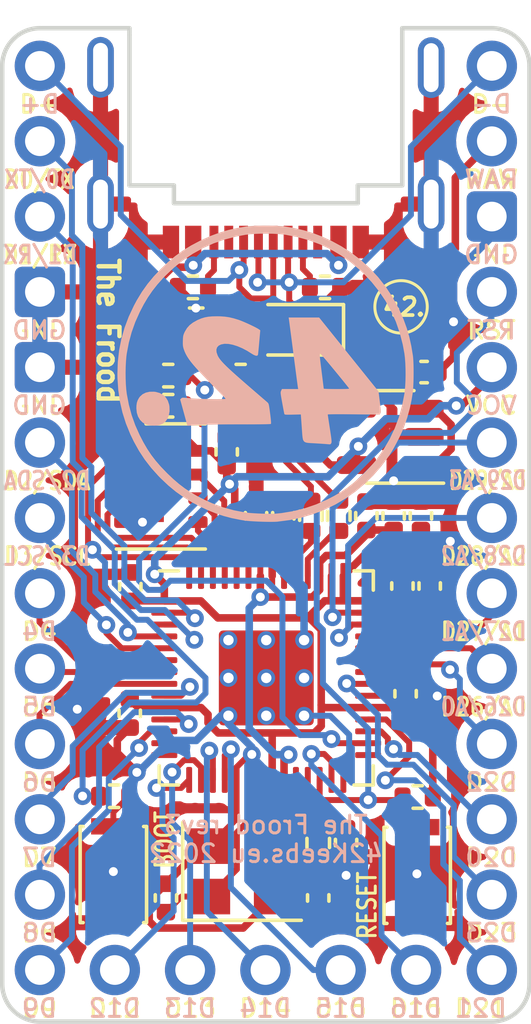
<source format=kicad_pcb>
(kicad_pcb (version 20211014) (generator pcbnew)
  (layers (0 "F.Cu" signal) (31 "B.Cu" signal) (34 "B.Paste" user) (35 "F.Paste" user) (36 "B.SilkS" user "B.Silkscreen") (37 "F.SilkS" user "F.Silkscreen") (38 "B.Mask" user) (39 "F.Mask" user) (44 "Edge.Cuts" user))
  (net 0 "")
  (net 1 "VBUS")
  (net 2 "+3V3")
  (net 3 "/XIN")
  (net 4 "Net-(C4-Pad1)")
  (net 5 "+1V1")
  (net 6 "GND")
  (net 7 "Net-(R1-Pad2)")
  (net 8 "Net-(R2-Pad2)")
  (net 9 "/USB_D-")
  (net 10 "/USB_D+")
  (net 11 "/XOUT")
  (net 12 "/QSPI_SS")
  (net 13 "/~{USB_BOOT}")
  (net 14 "/D2{slash}SDA")
  (net 15 "/D3{slash}SCL")
  (net 16 "/D4")
  (net 17 "/D5")
  (net 18 "/D6")
  (net 19 "/D7")
  (net 20 "/D8")
  (net 21 "/D9")
  (net 22 "/~{RESET}")
  (net 23 "/QSPI_SD3")
  (net 24 "/QSPI_SCLK")
  (net 25 "/QSPI_SD0")
  (net 26 "/QSPI_SD2")
  (net 27 "/QSPI_SD1")
  (net 34 "/D1{slash}RX")
  (net 35 "/D0{slash}TX")
  (net 38 "/D26{slash}A0")
  (net 39 "/D27{slash}A1")
  (net 40 "/D28{slash}A2")
  (net 41 "/D29{slash}A3")
  (net 42 "/D12")
  (net 43 "/D13")
  (net 44 "/D14")
  (net 45 "/D20")
  (net 46 "/D21")
  (net 47 "/D+")
  (net 48 "/D-")
  (net 49 "/D16")
  (net 50 "/D15")
  (net 53 "/D23")
  (net 54 "/D22")
  (net 56 "Net-(D1-Pad2)")
  (net 57 "/RAW")
  (net 58 "Net-(R11-Pad1)")
  (footprint "Resistor_SMD:R_0402_1005Metric" (layer "F.Cu") (at 128.76 71.42 -90)
    (fp_text reference "R3" hide)
    (fp_text value "27R" hide)
  )
  (footprint "Capacitor_SMD:C_0402_1005Metric" (layer "F.Cu") (at 130.906 73.787 90)
    (fp_text reference "C11" hide)
    (fp_text value "100n" hide)
  )
  (footprint "Capacitor_SMD:C_0402_1005Metric" (layer "F.Cu") (at 130.61 71.42 90)
    (fp_text reference "C7" hide)
    (fp_text value "100n" hide)
  )
  (footprint "Capacitor_SMD:C_0402_1005Metric" (layer "F.Cu") (at 124.98 69.2658 90)
    (fp_text reference "C5" hide)
    (fp_text value "100n" hide)
  )
  (footprint "Capacitor_SMD:C_0402_1005Metric" (layer "F.Cu") (at 121.71 78.08 -90)
    (fp_text reference "C15" hide)
    (fp_text value "100n" hide)
  )
  (footprint "Capacitor_SMD:C_0402_1005Metric" (layer "F.Cu") (at 122.931 84.3026 90)
    (fp_text reference "C3" hide)
    (fp_text value "30p" hide)
  )
  (footprint "RP2040_minimal:RP2040-QFN-56" (layer "F.Cu") (at 126.3142 76.8858)
    (fp_text reference "U1" hide)
    (fp_text value "RP2040" hide)
  )
  (footprint "Resistor_SMD:R_0402_1005Metric" (layer "F.Cu") (at 127.82 71.42 -90)
    (fp_text reference "R4" hide)
    (fp_text value "27R" hide)
  )
  (footprint "42keebs:PinHeader_1x13_P2.54mm_Vertical_ProMicro-Right" (layer "F.Cu") (at 133.92 56.2522)
    (fp_text reference "J2" hide)
    (fp_text value "Right" hide)
  )
  (footprint "42keebs:PinHeader_1x13_P2.54mm_Vertical_ProMicro-Left" (layer "F.Cu") (at 118.68 56.2522)
    (fp_text reference "J1" hide)
    (fp_text value "Left" hide)
  )
  (footprint "Capacitor_SMD:C_0402_1005Metric" (layer "F.Cu") (at 127.97 68.72 90)
    (fp_text reference "C2" hide)
    (fp_text value "1u" hide)
  )
  (footprint "Resistor_SMD:R_0402_1005Metric" (layer "F.Cu") (at 123.84 63.72)
    (fp_text reference "R2" hide)
    (fp_text value "5.1K" hide)
  )
  (footprint "Capacitor_SMD:C_0402_1005Metric" (layer "F.Cu") (at 131.63735 66.5756)
    (fp_text reference "C1" hide)
    (fp_text value "1u" hide)
  )
  (footprint "Resistor_SMD:R_0402_1005Metric" (layer "F.Cu") (at 123.01 66.6948 180)
    (fp_text reference "R11" hide)
    (fp_text value "5.1k" hide)
  )
  (footprint "42keebs:PinHeader_1x05_P2.54mm_Vertical_Plain" (layer "F.Cu") (at 121.207 86.7322 90)
    (fp_text reference "J3" hide)
    (fp_text value "Bottom" hide)
  )
  (footprint "Capacitor_SMD:C_0402_1005Metric" (layer "F.Cu") (at 121.73 73.81 90)
    (fp_text reference "C13" hide)
    (fp_text value "100n" hide)
  )
  (footprint "Resistor_SMD:R_0402_1005Metric" (layer "F.Cu") (at 125.4506 66.6948 180)
    (fp_text reference "R12" hide)
    (fp_text value "10k" hide)
  )
  (footprint "Capacitor_SMD:C_0402_1005Metric" (layer "F.Cu") (at 128.0668 84.3026 -90)
    (fp_text reference "C4" hide)
    (fp_text value "30p" hide)
  )
  (footprint "Diode_SMD:D_SOD-323F" (layer "F.Cu") (at 127.42 65.15 180)
    (fp_text reference "D1" hide)
    (fp_text value "1N5819WS" hide)
  )
  (footprint "Capacitor_SMD:C_0402_1005Metric" (layer "F.Cu") (at 126.89 71.42 90)
    (fp_text reference "C12" hide)
    (fp_text value "100n" hide)
  )
  (footprint "Resistor_SMD:R_0402_1005Metric" (layer "F.Cu") (at 131.4196 80.899 180)
    (fp_text reference "R8" hide)
    (fp_text value "10k" hide)
  )
  (footprint "Resistor_SMD:R_0402_1005Metric" (layer "F.Cu") (at 128.0668 82.4484 -90)
    (fp_text reference "R5" hide)
    (fp_text value "1k" hide)
  )
  (footprint "Resistor_SMD:R_0402_1005Metric" (layer "F.Cu") (at 121.1834 80.8736)
    (fp_text reference "R6" hide)
    (fp_text value "1k" hide)
  )
  (footprint "42keebs:USON-8_4x3mm_P0.8mm" (layer "F.Cu") (at 122.76 70.43)
    (fp_text reference "U2" hide)
    (fp_text value "W25Q32JWUUIQ" hide)
  )
  (footprint "Capacitor_SMD:C_0402_1005Metric" (layer "F.Cu") (at 129.69 71.42 90)
    (fp_text reference "C6" hide)
    (fp_text value "1u" hide)
  )
  (footprint "Button_Switch_SMD:SW_SPST_CK_KXT3" (layer "F.Cu") (at 121.158 83.5139 -90)
    (fp_text reference "SW2" hide)
    (fp_text value "BOOT")
  )
  (footprint "Resistor_SMD:R_0402_1005Metric" (layer "F.Cu") (at 128.2954 63.72 180)
    (fp_text reference "R1" hide)
    (fp_text value "5.1K" hide)
  )
  (footprint "Capacitor_SMD:C_0402_1005Metric" (layer "F.Cu") (at 131.0132 77.4192 90)
    (fp_text reference "C16" hide)
    (fp_text value "100n" hide)
  )
  (footprint "Capacitor_SMD:C_0402_1005Metric" (layer "F.Cu") (at 131.53 71.42 90)
    (fp_text reference "C9" hide)
    (fp_text value "1u" hide)
  )
  (footprint "Crystal:Crystal_SMD_3225-4Pin_3.2x2.5mm" (layer "F.Cu") (at 125.4964 83.406)
    (fp_text reference "Y1" hide)
    (fp_text value "X322512MSB4SI" hide)
  )
  (footprint "Capacitor_SMD:C_0402_1005Metric" (layer "F.Cu") (at 129.0066 82.435 -90)
    (fp_text reference "C8" hide)
    (fp_text value "100n" hide)
  )
  (footprint "Button_Switch_SMD:SW_SPST_CK_KXT3" (layer "F.Cu") (at 131.4042 83.5406 -90)
    (fp_text reference "SW1" hide)
    (fp_text value "RESET")
  )
  (footprint "Package_TO_SOT_SMD:SOT-23-5" (layer "F.Cu") (at 130.49435 68.76 180)
    (fp_text reference "U3" hide)
    (fp_text value "SPX3819M5-L-3-3/TR" hide)
  )
  (footprint "Resistor_SMD:R_0402_1005Metric" (layer "F.Cu") (at 123.01 67.71 180)
    (fp_text reference "R7" hide)
    (fp_text value "10k" hide)
  )
  (footprint "Capacitor_SMD:C_0402_1005Metric" (layer "F.Cu") (at 131.826 73.787 90)
    (fp_text reference "C10" hide)
    (fp_text value "100n" hide)
  )
  (footprint "Capacitor_SMD:C_0402_1005Metric" (layer "F.Cu") (at 125.97 71.42 90)
    (fp_text reference "C14" hide)
    (fp_text value "100n" hide)
  )
  (footprint "42keebs:TYPE-C-31-M-14-PiMicro" (layer "F.Cu") (at 126.3 57.217 180)
    (fp_text reference "USB1" hide)
    (fp_text value "HRO-TYPE-C-31-M-14" hide)
    (fp_line (start 4.6 -3.065) (end 3.1 -3.065) (layer "Edge.Cuts") (width 0.15))
    (fp_line (start -3.1 -3.665) (end -3.1 -3.065) (layer "Edge.Cuts") (width 0.15))
    (fp_line (start 4.6 2.005) (end 4.6 -3.065) (layer "Edge.Cuts") (width 0.15))
    (fp_line (start -3.1 -3.065) (end -4.6 -3.065) (layer "Edge.Cuts") (width 0.15))
    (fp_line (start 3.1 -3.665) (end -3.1 -3.665) (layer "Edge.Cuts") (width 0.15))
    (fp_line (start 3.1 -3.065) (end 3.1 -3.665) (layer "Edge.Cuts") (width 0.15))
    (fp_line (start -4.6 -3.065) (end -4.6 2.005) (layer "Edge.Cuts") (width 0.15))
  )
  (footprint "Resistor_SMD:R_0805_2012Metric" (layer "F.Cu") (at 123.952 65.15)
    (fp_text reference "F1" hide)
    (fp_text value "500 mA" hide)
  )
  (footprint "42keebs:42Keebs-icon-10mm-SilkS" (layer "B.Cu") (at 126.3 66.62 180)
    (fp_text reference "LOGO1" hide)
    (fp_text value "42. Keebs Logo" hide)
  )
  (gr_circle (center 130.86 64.376) (end 131.744 64.376) (layer "F.SilkS") (width 0.1) (fill none))
  (gr_arc (start 135.19 87.2) (mid 134.818026 88.098026) (end 133.92 88.47) (layer "Edge.Cuts") (width 0.15))
  (gr_arc (start 118.68 88.47) (mid 117.781974 88.098026) (end 117.41 87.2) (layer "Edge.Cuts") (width 0.15))
  (gr_arc (start 117.41 56.2525) (mid 117.781944 55.354298) (end 118.68 54.982) (layer "Edge.Cuts") (width 0.15))
  (gr_line (start 121.7 54.982) (end 118.68 54.982) (layer "Edge.Cuts") (width 0.15))
  (gr_line (start 117.41 56.2525) (end 117.41 87.2) (layer "Edge.Cuts") (width 0.15))
  (gr_line (start 133.92 54.982) (end 130.9 54.982) (layer "Edge.Cuts") (width 0.15))
  (gr_line (start 135.19 87.2) (end 135.19 56.2525) (layer "Edge.Cuts") (width 0.15))
  (gr_arc (start 133.92 54.982) (mid 134.818055 55.354298) (end 135.19 56.2525) (layer "Edge.Cuts") (width 0.15))
  (gr_line (start 118.68 88.47) (end 133.92 88.47) (layer "Edge.Cuts") (width 0.15))
  (gr_line (start 121.7 55.212) (end 121.7 54.982) (layer "Edge.Cuts") (width 0.15))
  (gr_line (start 130.9 55.212) (end 130.9 54.982) (layer "Edge.Cuts") (width 0.15))
  (gr_text "D27/A1" (at 133.646473 75.318341) (layer "B.SilkS") (effects (font (size 0.6 0.5) (thickness 0.1)) (justify mirror)))
  (gr_text "GND" (at 118.664365 67.699406) (layer "B.SilkS") (effects (font (size 0.6 0.6) (thickness 0.1)) (justify mirror)))
  (gr_text "D6" (at 118.664365 80.402767) (layer "B.SilkS") (effects (font (size 0.6 0.6) (thickness 0.1)) (justify mirror)))
  (gr_text "D29/A3" (at 133.775894 70.224671) (layer "B.SilkS") (effects (font (size 0.6 0.45) (thickness 0.1)) (justify mirror)))
  (gr_text "D7" (at 118.664365 82.94498) (layer "B.SilkS") (effects (font (size 0.6 0.6) (thickness 0.1)) (justify mirror)))
  (gr_text "D5" (at 118.664365 77.860554) (layer "B.SilkS") (effects (font (size 0.6 0.6) (thickness 0.1)) (justify mirror)))
  (gr_text "GND" (at 133.906992 62.619303) (layer "B.SilkS") (effects (font (size 0.6 0.6) (thickness 0.1)) (justify mirror)))
  (gr_text "D1/RX" (at 118.690044 62.622684) (layer "B.SilkS") (effects (font (size 0.6 0.5) (thickness 0.1)) (justify mirror)))
  (gr_text "D16" (at 131.360022 88.021702) (layer "B.SilkS") (effects (font (size 0.6 0.6) (thickness 0.1)) (justify mirror)))
  (gr_text "D22" (at 133.905316 80.402767) (layer "B.SilkS") (effects (font (size 0.6 0.6) (thickness 0.1)) (justify mirror)))
  (gr_text "D23" (at 133.902235 85.479489) (layer "B.SilkS") (effects (font (size 0.6 0.6) (thickness 0.1)) (justify mirror)))
  (gr_text "D0/TX" (at 118.667 60.085) (layer "B.SilkS") (effects (font (size 0.6 0.5) (thickness 0.1)) (justify mirror)))
  (gr_text "D26/A0" (at 133.646473 77.860554) (layer "B.SilkS") (effects (font (size 0.6 0.5) (thickness 0.1)) (justify mirror)))
  (gr_text "RST" (at 133.906992 65.161516) (layer "B.SilkS") (effects (font (size 0.6 0.6) (thickness 0.1)) (justify mirror)))
  (gr_text "D12" (at 121.206578 88.021702) (layer "B.SilkS") (effects (font (size 0.6 0.6) (thickness 0.1)) (justify mirror)))
  (gr_text "D-" (at 133.906992 57.541297) (layer "B.SilkS") (effects (font (size 0.6 0.6) (thickness 0.1)) (justify mirror)))
  (gr_text "The Frood rev3\n42Keebs.eu 2022" (at 126.3 82.3214) (layer "B.SilkS") (effects (font (size 0.6 0.6) (thickness 0.1)) (justify mirror)))
  (gr_text "VCC" (at 133.905316 67.700947) (layer "B.SilkS") (effects (font (size 0.6 0.6) (thickness 0.1)) (justify mirror)))
  (gr_text "D4" (at 118.664365 75.318341) (layer "B.SilkS") (effects (font (size 0.6 0.6) (thickness 0.1)) (justify mirror)))
  (gr_text "D20" (at 133.902235 82.94498) (layer "B.SilkS") (effects (font (size 0.6 0.6) (thickness 0.1)) (justify mirror)))
  (gr_text "D28/A2" (at 133.646473 72.776128) (layer "B.SilkS") (effects (font (size 0.6 0.5) (thickness 0.1)) (justify mirror)))
  (gr_text "D15" (at 128.825513 88.021702) (layer "B.SilkS") (effects (font (size 0.6 0.6) (thickness 0.1)) (justify mirror)))
  (gr_text "D3/SCL" (at 118.9228 72.785) (layer "B.SilkS") (effects (font (size 0.6 0.5) (thickness 0.1)) (justify mirror)))
  (gr_text "D13" (at 123.741087 88.021702) (layer "B.SilkS") (effects (font (size 0.6 0.6) (thickness 0.1)) (justify mirror)))
  (gr_text "D+" (at 118.664365 57.544678) (layer "B.SilkS") (effects (font (size 0.6 0.6) (thickness 0.1)) (justify mirror)))
  (gr_text "D8" (at 118.664365 85.479489) (layer "B.SilkS") (effects (font (size 0.6 0.6) (thickness 0.1)) (justify mirror)))
  (gr_text "RAW" (at 133.906992 60.083509) (layer "B.SilkS") (effects (font (size 0.6 0.6) (thickness 0.1)) (justify mirror)))
  (gr_text "D2/SDA" (at 118.918586 70.241619) (layer "B.SilkS") (effects (font (size 0.6 0.5) (thickness 0.1)) (justify mirror)))
  (gr_text "D9" (at 118.664365 88.021702) (layer "B.SilkS") (effects (font (size 0.6 0.6) (thickness 0.1)) (justify mirror)))
  (gr_text "GND" (at 118.664365 65.164897) (layer "B.SilkS") (effects (font (size 0.6 0.6) (thickness 0.1)) (justify mirror)))
  (gr_text "D14" (at 126.2833 88.021702) (layer "B.SilkS") (effects (font (size 0.6 0.6) (thickness 0.1)) (justify mirror)))
  (gr_text "D21" (at 133.547866 88.021702) (layer "B.SilkS") (effects (font (size 0.6 0.6) (thickness 0.1)) (justify mirror)))
  (gr_text "D13" (at 123.747 88.025) (layer "F.SilkS") (effects (font (size 0.6 0.6) (thickness 0.1))))
  (gr_text "D9" (at 118.667 88.025) (layer "F.SilkS") (effects (font (size 0.6 0.6) (thickness 0.1))))
  (gr_text "D-" (at 133.907 57.545) (layer "F.SilkS") (effects (font (size 0.6 0.6) (thickness 0.1))))
  (gr_text "D23" (at 133.907 85.485) (layer "F.SilkS") (effects (font (size 0.6 0.6) (thickness 0.1))))
  (gr_text "D28/A2" (at 133.6548 72.785) (layer "F.SilkS") (effects (font (size 0.6 0.5) (thickness 0.1))))
  (gr_text "The Frood" (at 120.98 65.19 -90) (layer "F.SilkS") (effects (font (size 0.7 0.65))))
  (gr_text "D6" (at 118.667 80.405) (layer "F.SilkS") (effects (font (size 0.6 0.6) (thickness 0.1))))
  (gr_text "GND" (at 118.667 65.165) (layer "F.SilkS") (effects (font (size 0.6 0.6) (thickness 0.1))))
  (gr_text "D0/TX" (at 118.667 60.085) (layer "F.SilkS") (effects (font (size 0.6 0.5) (thickness 0.1))))
  (gr_text "RST" (at 133.907 65.165) (layer "F.SilkS") (effects (font (size 0.6 0.6) (thickness 0.1))))
  (gr_text "D20" (at 133.907 82.945) (layer "F.SilkS") (effects (font (size 0.6 0.6) (thickness 0.1))))
  (gr_text "42. " (at 131.1694 64.3814) (layer "F.SilkS") (effects (font (size 0.6 0.6) (thickness 0.125) italic)))
  (gr_text "D12" (at 121.207 88.025) (layer "F.SilkS") (effects (font (size 0.6 0.6) (thickness 0.1))))
  (gr_text "D4" (at 118.667 75.325) (layer "F.SilkS") (effects (font (size 0.6 0.6) (thickness 0.1))))
  (gr_text "D3/SCL" (at 118.9228 72.785) (layer "F.SilkS") (effects (font (size 0.6 0.5) (thickness 0.1))))
  (gr_text "D15" (at 128.827 88.025) (layer "F.SilkS") (effects (font (size 0.6 0.6) (thickness 0.1))))
  (gr_text "D8" (at 118.667 85.485) (layer "F.SilkS") (effects (font (size 0.6 0.6) (thickness 0.1))))
  (gr_text "D+" (at 118.667 57.545) (layer "F.SilkS") (effects (font (size 0.6 0.6) (thickness 0.1))))
  (gr_text "RAW" (at 133.907 60.085) (layer "F.SilkS") (effects (font (size 0.6 0.6) (thickness 0.1))))
  (gr_text "D27/A1" (at 133.6548 75.325) (layer "F.SilkS") (effects (font (size 0.6 0.5) (thickness 0.1))))
  (gr_text "D1/RX" (at 118.6942 62.625) (layer "F.SilkS") (effects (font (size 0.6 0.5) (thickness 0.1))))
  (gr_text "D22" (at 133.907 80.405) (layer "F.SilkS") (effects (font (size 0.6 0.6) (thickness 0.1))))
  (gr_text "D26/A0" (at 133.6548 77.865) (layer "F.SilkS") (effects (font (size 0.6 0.5) (thickness 0.1))))
  (gr_text "D14" (at 126.287 88.025) (layer "F.SilkS") (effects (font (size 0.6 0.6) (thickness 0.1))))
  (gr_text "D5" (at 118.667 77.865) (layer "F.SilkS") (effects (font (size 0.6 0.6) (thickness 0.1))))
  (gr_text "D29/A3" (at 133.7818 70.231) (layer "F.SilkS") (effects (font (size 0.6 0.45) (thickness 0.1))))
  (gr_text "GND" (at 118.667 67.705) (layer "F.SilkS") (effects (font (size 0.6 0.6) (thickness 0.1))))
  (gr_text "VCC" (at 133.907 67.705) (layer "F.SilkS") (effects (font (size 0.6 0.6) (thickness 0.1))))
  (gr_text "D2/SDA" (at 118.9228 70.245) (layer "F.SilkS") (effects (font (size 0.6 0.5) (thickness 0.1))))
  (gr_text "D7" (at 118.667 82.945) (layer "F.SilkS") (effects (font (size 0.6 0.6) (thickness 0.1))))
  (gr_text "D16" (at 131.367 88.025) (layer "F.SilkS") (effects (font (size 0.6 0.6) (thickness 0.1))))
  (gr_text "D21" (at 133.5532 88.025) (layer "F.SilkS") (effects (font (size 0.6 0.6) (thickness 0.1))))
  (gr_text "GND" (at 133.907 62.625) (layer "F.SilkS") (effects (font (size 0.6 0.6) (thickness 0.1))))
  (segment (start 123.0395 66.1553) (end 122.5 66.6948) (width 0.254) (layer "F.Cu") (net 1))
  (segment (start 123.787463 63.04) (end 123.139871 63.04) (width 0.254) (layer "F.Cu") (net 1))
  (segment (start 122.806 63.373871) (end 122.806 64.9165) (width 0.254) (layer "F.Cu") (net 1))
  (segment (start 123.0395 65.15) (end 123.0395 66.1553) (width 0.254) (layer "F.Cu") (net 1))
  (segment (start 123.139871 63.04) (end 122.806 63.373871) (width 0.254) (layer "F.Cu") (net 1))
  (segment (start 123.85 62.192) (end 123.85 62.973383) (width 0.254) (layer "F.Cu") (net 1))
  (segment (start 123.85 62.973383) (end 123.85204 62.975423) (width 0.254) (layer "F.Cu") (net 1))
  (segment (start 123.85204 62.975423) (end 123.787463 63.04) (width 0.254) (layer "F.Cu") (net 1))
  (segment (start 128.75 62.192) (end 128.75 62.9735) (width 0.254) (layer "F.Cu") (net 1))
  (segment (start 122.806 64.9165) (end 123.0395 65.15) (width 0.254) (layer "F.Cu") (net 1))
  (via (at 128.75 62.9735) (size 0.6) (drill 0.3) (layers "F.Cu" "B.Cu") (net 1))
  (via (at 123.85204 62.975423) (size 0.6) (drill 0.3) (layers "F.Cu" "B.Cu") (net 1))
  (segment (start 124.247963 62.5795) (end 128.356 62.5795) (width 0.254) (layer "B.Cu") (net 1))
  (segment (start 123.85204 62.975423) (end 124.247963 62.5795) (width 0.254) (layer "B.Cu") (net 1))
  (segment (start 128.356 62.5795) (end 128.75 62.9735) (width 0.254) (layer "B.Cu") (net 1))
  (segment (start 128.8634 74.2858) (end 129.7517 74.2858) (width 0.254) (layer "F.Cu") (net 2))
  (segment (start 129.7517 74.2858) (end 130.8928 74.2858) (width 0.254) (layer "F.Cu") (net 2))
  (segment (start 126.5938 78.7398) (end 127.935057 78.7398) (width 0.254) (layer "F.Cu") (net 2))
  (segment (start 129.5895 72.773) (end 130.657 72.773) (width 0.254) (layer "F.Cu") (net 2))
  (segment (start 127.707341 74.861396) (end 124.681396 74.861396) (width 0.254) (layer "F.Cu") (net 2))
  (segment (start 121.7342 74.2858) (end 121.73 74.29) (width 0.254) (layer "F.Cu") (net 2))
  (segment (start 126.5137 78.8199) (end 126.5938 78.7398) (width 0.254) (layer "F.Cu") (net 2))
  (segment (start 128.9142 74.235) (end 128.8634 74.2858) (width 0.2) (layer "F.Cu") (net 2))
  (segment (start 126.5142 72.4442) (end 125.97 71.9) (width 0.254) (layer "F.Cu") (net 2))
  (segment (start 126.9142 71.9242) (end 126.89 71.9) (width 0.254) (layer "F.Cu") (net 2))
  (segment (start 125.97 71.9) (end 126.89 71.9) (width 0.254) (layer "F.Cu") (net 2))
  (segment (start 128.1682 78.506657) (end 128.1682 77.8) (width 0.254) (layer "F.Cu") (net 2))
  (segment (start 124.693343 78.7398) (end 126.5938 78.7398) (width 0.254) (layer "F.Cu") (net 2))
  (segment (start 127.707341 74.861396) (end 128.282937 74.2858) (width 0.254) (layer "F.Cu") (net 2))
  (segment (start 124.01 69.23) (end 124.4642 69.23) (width 0.254) (layer "F.Cu") (net 2))
  (segment (start 124.98 70.255416) (end 124.98 69.7458) (width 0.254) (layer "F.Cu") (net 2))
  (segment (start 128.282937 74.2858) (end 128.4824 74.2858) (width 0.254) (layer "F.Cu") (net 2))
  (segment (start 122.8767 74.2858) (end 121.7342 74.2858) (width 0.254) (layer "F.Cu") (net 2))
  (segment (start 129.35685 69.71) (end 128.48 69.71) (width 0.254) (layer "F.Cu") (net 2))
  (segment (start 121.9958 77.8858) (end 121.71 77.6) (width 0.254) (layer "F.Cu") (net 2))
  (segment (start 126.5137 80.3228) (end 126.5137 78.8199) (width 0.254) (layer "F.Cu") (net 2))
  (segment (start 125.251 71.181) (end 125.251 70.526416) (width 0.254) (layer "F.Cu") (net 2))
  (segment (start 125.97 71.9) (end 125.251 71.181) (width 0.254) (layer "F.Cu") (net 2))
  (segment (start 130.9998 77.8858) (end 131.0132 77.8992) (width 0.254) (layer "F.Cu") (net 2))
  (segment (start 126.5142 73.4483) (end 126.5142 72.4442) (width 0.254) (layer "F.Cu") (net 2))
  (segment (start 124.681396 74.861396) (end 124.11 74.29) (width 0.254) (layer "F.Cu") (net 2))
  (segment (start 130.8928 74.2858) (end 130.9116 74.267) (width 0.254) (layer "F.Cu") (net 2))
  (segment (start 125.077292 70.352708) (end 124.98 70.255416) (width 0.254) (layer "F.Cu") (net 2))
  (segment (start 122.552447 73.389815) (end 122.8767 73.714068) (width 0.254) (layer "F.Cu") (net 2))
  (segment (start 129.7517 77.8858) (end 128.254 77.8858) (width 0.254) (layer "F.Cu") (net 2))
  (segment (start 131.9296 80.899) (end 131.9296 78.5496) (width 0.254) (layer "F.Cu") (net 2))
  (segment (start 123.5476 67.7164) (end 123.5476 68.7676) (width 0.254) (layer "F.Cu") (net 2))
  (segment (start 127.935057 78.7398) (end 128.1682 78.506657) (width 0.254) (layer "F.Cu") (net 2))
  (segment (start 128.1682 75.264943) (end 127.764653 74.861396) (width 0.254) (layer "F.Cu") (net 2))
  (segment (start 128.9142 73.4483) (end 128.9142 74.235) (width 0.254) (layer "F.Cu") (net 2))
  (segment (start 124.35 78.396457) (end 124.693343 78.7398) (width 0.254) (layer "F.Cu") (net 2))
  (segment (start 130.657 72.773) (end 131.53 71.9) (width 0.254) (layer "F.Cu") (net 2))
  (segment (start 123.5476 68.7676) (end 124.01 69.23) (width 0.254) (layer "F.Cu") (net 2))
  (segment (start 124.35 78.12) (end 124.35 78.396457) (width 0.254) (layer "F.Cu") (net 2))
  (segment (start 128.254 77.8858) (end 128.1682 77.8) (width 0.254) (layer "F.Cu") (net 2))
  (segment (start 129.7517 77.8858) (end 130.9998 77.8858) (width 0.254) (layer "F.Cu") (net 2))
  (segment (start 129.35685 69.14315) (end 129.35685 69.71) (width 0.254) (layer "F.Cu") (net 2))
  (segment (start 131.826 74.267) (end 130.9116 74.267) (width 0.254) (layer "F.Cu") (net 2))
  (segment (start 126.9142 73.4483) (end 126.9142 71.9242) (width 0.254) (layer "F.Cu") (net 2))
  (segment (start 124.1158 77.8858) (end 124.35 78.12) (width 0.254) (layer "F.Cu") (net 2))
  (segment (start 128.5142 74.254) (end 128.4824 74.2858) (width 0.254) (layer "F.Cu") (net 2))
  (segment (start 128.48 69.71) (end 127.97 69.2) (width 0.254) (layer "F.Cu") (net 2))
  (segment (start 129.42 69.08) (end 129.35685 69.14315) (width 0.254) (layer "F.Cu") (net 2))
  (segment (start 132.8992 67.71) (end 133.907 66.7022) (width 0.254) (layer "F.Cu") (net 2))
  (segment (start 127.764653 74.861396) (end 127.707341 74.861396) (width 0.254) (layer "F.Cu") (net 2))
  (segment (start 128.5142 73.4483) (end 128.5142 74.254) (width 0.254) (layer "F.Cu") (net 2))
  (segment (start 128.9142 73.4483) (end 129.5895 72.773) (width 0.254) (layer "F.Cu") (net 2))
  (segment (start 133.907 66.7022) (end 133.907 66.4122) (width 0.254) (layer "F.Cu") (net 2))
  (segment (start 125.251 70.526416) (end 125.077292 70.352708) (width 0.254) (layer "F.Cu") (net 2))
  (segment (start 124.4642 69.23) (end 124.98 69.7458) (width 0.254) (layer "F.Cu") (net 2))
  (segment (start 128.4824 74.2858) (end 128.8634 74.2858) (width 0.254) (layer "F.Cu") (net 2))
  (segment (start 122.8767 73.714068) (end 122.8767 74.2858) (width 0.254) (layer "F.Cu") (net 2))
  (segment (start 124.11 74.29) (end 122.8809 74.29) (width 0.254) (layer "F.Cu") (net 2))
  (segment (start 122.8767 77.8858) (end 124.1158 77.8858) (width 0.254) (layer "F.Cu") (net 2))
  (segment (start 132.72085 67.71) (end 132.8992 67.71) (width 0.254) (layer "F.Cu") (net 2))
  (segment (start 122.8767 77.8858) (end 121.9958 77.8858) (width 0.254) (layer "F.Cu") (net 2))
  (segment (start 128.1682 77.8) (end 128.1682 75.264943) (width 0.254) (layer "F.Cu") (net 2))
  (segment (start 126.5142 80.3233) (end 126.5137 80.3228) (width 0.254) (layer "F.Cu") (net 2))
  (segment (start 131.2792 77.8992) (end 131.0132 77.8992) (width 0.254) (layer "F.Cu") (net 2))
  (segment (start 131.9296 78.5496) (end 131.2792 77.8992) (width 0.254) (layer "F.Cu") (net 2))
  (via (at 132.72085 67.71) (size 0.6) (drill 0.3) (layers "F.Cu" "B.Cu") (net 2))
  (via (at 122.552447 73.389815) (size 0.6) (drill 0.3) (layers "F.Cu" "B.Cu") (net 2))
  (via (at 129.42 69.08) (size 0.6) (drill 0.3) (layers "F.Cu" "B.Cu") (net 2))
  (via (at 125.077292 70.352708) (size 0.6) (drill 0.3) (layers "F.Cu" "B.Cu") (net 2))
  (segment (start 125.326 70.104) (end 125.077292 70.352708) (width 0.254) (layer "B.Cu") (net 2))
  (segment (start 128.397 70.104) (end 125.326 70.104) (width 0.254) (layer "B.Cu") (net 2))
  (segment (start 131.7752 68.1482) (end 130.3518 68.1482) (width 0.254) (layer "B.Cu") (net 2))
  (segment (start 132.2134 67.71) (end 131.7752 68.1482) (width 0.254) (layer "B.Cu") (net 2))
  (segment (start 129.42 69.08) (end 129.42 69.081) (width 0.254) (layer "B.Cu") (net 2))
  (segment (start 132.72085 67.71) (end 132.2134 67.71) (width 0.254) (layer "B.Cu") (net 2))
  (segment (start 125.074892 70.352708) (end 122.552447 72.875153) (width 0.254) (layer "B.Cu") (net 2))
  (segment (start 122.552447 72.875153) (end 122.552447 73.389815) (width 0.254) (layer "B.Cu") (net 2))
  (segment (start 125.077292 70.352708) (end 125.074892 70.352708) (width 0.254) (layer "B.Cu") (net 2))
  (segment (start 130.3518 68.1482) (end 129.42 69.08) (width 0.254) (layer "B.Cu") (net 2))
  (segment (start 129.42 69.081) (end 128.397 70.104) (width 0.254) (layer "B.Cu") (net 2))
  (segment (start 125.7142 80.3233) (end 125.7142 81.700648) (width 0.2) (layer "F.Cu") (net 3))
  (segment (start 124.405 84.256) (end 124.3964 84.256) (width 0.2) (layer "F.Cu") (net 3))
  (segment (start 123.4576 84.256) (end 122.931 84.7826) (width 0.2) (layer "F.Cu") (net 3))
  (segment (start 124.3964 84.256) (end 123.4576 84.256) (width 0.2) (layer "F.Cu") (net 3))
  (segment (start 125.7142 81.700648) (end 125.3234 82.091448) (width 0.2) (layer "F.Cu") (net 3))
  (segment (start 125.3234 83.3376) (end 124.405 84.256) (width 0.2) (layer "F.Cu") (net 3))
  (segment (start 125.3234 82.091448) (end 125.3234 83.3376) (width 0.2) (layer "F.Cu") (net 3))
  (segment (start 127.6644 82.556) (end 128.0668 82.9584) (width 0.2) (layer "F.Cu") (net 4))
  (segment (start 126.5964 82.556) (end 127.6644 82.556) (width 0.2) (layer "F.Cu") (net 4))
  (segment (start 128.0668 83.8226) (end 128.0668 82.9584) (width 0.2) (layer "F.Cu") (net 4))
  (segment (start 126.9142 80.3233) (end 126.9142 79.6248) (width 0.254) (layer "F.Cu") (net 5))
  (segment (start 126.1142 74.159146) (end 127.870775 74.159146) (width 0.254) (layer "F.Cu") (net 5))
  (segment (start 129.69 71.9) (end 130.61 71.9) (width 0.254) (layer "F.Cu") (net 5))
  (segment (start 126.9142 80.3233) (end 126.9142 80.8386) (width 0.254) (layer "F.Cu") (net 5))
  (segment (start 128.990121 72.7568) (end 129.69 72.056921) (width 0.254) (layer "F.Cu") (net 5))
  (segment (start 126.1142 74.159146) (end 126.1142 73.4483) (width 0.254) (layer "F.Cu") (net 5))
  (segment (start 128.1142 72.980879) (end 128.338279 72.7568) (width 0.254) (layer "F.Cu") (net 5))
  (segment (start 127.870775 74.159146) (end 128.1142 73.915721) (width 0.254) (layer "F.Cu") (net 5))
  (segment (start 128.1142 73.915721) (end 128.1142 73.4483) (width 0.254) (layer "F.Cu") (net 5))
  (segment (start 129.69 72.056921) (end 129.69 71.9) (width 0.254) (layer "F.Cu") (net 5))
  (segment (start 127.4318 81.3562) (end 128.4078 81.3562) (width 0.254) (layer "F.Cu") (net 5))
  (segment (start 126.9142 79.6248) (end 127.0677 79.4713) (width 0.254) (layer "F.Cu") (net 5))
  (segment (start 128.338279 72.7568) (end 128.990121 72.7568) (width 0.254) (layer "F.Cu") (net 5))
  (segment (start 128.4078 81.3562) (end 129.0066 81.955) (width 0.254) (layer "F.Cu") (net 5))
  (segment (start 128.1142 73.4483) (end 128.1142 72.980879) (width 0.254) (layer "F.Cu") (net 5))
  (segment (start 126.9142 80.8386) (end 127.4318 81.3562) (width 0.254) (layer "F.Cu") (net 5))
  (via (at 126.1142 74.159146) (size 0.6) (drill 0.3) (layers "F.Cu" "B.Cu") (net 5))
  (via (at 127.0677 79.4713) (size 0.6) (drill 0.3) (layers "F.Cu" "B.Cu") (net 5))
  (segment (start 126.618061 79.4713) (end 126.207703 79.060942) (width 0.254) (layer "B.Cu") (net 5))
  (segment (start 126.207703 79.060942) (end 126.207703 79.058312) (width 0.254) (layer "B.Cu") (net 5))
  (segment (start 125.74 78.590609) (end 125.74 74.533346) (width 0.254) (layer "B.Cu") (net 5))
  (segment (start 125.74 74.533346) (end 126.1142 74.159146) (width 0.254) (layer "B.Cu") (net 5))
  (segment (start 127.0677 79.4713) (end 126.618061 79.4713) (width 0.254) (layer "B.Cu") (net 5))
  (segment (start 126.207703 79.058312) (end 125.74 78.590609) (width 0.254) (layer "B.Cu") (net 5))
  (segment (start 120.325844 73.33) (end 119.84 72.844156) (width 0.254) (layer "F.Cu") (net 6))
  (segment (start 124.1976 82.556) (end 122.931 83.8226) (width 0.254) (layer "F.Cu") (net 6))
  (segment (start 127.97 64.5554) (end 128.8054 63.72) (width 0.254) (layer "F.Cu") (net 6))
  (segment (start 125.3142 79.894063) (end 125.3142 80.3233) (width 0.2) (layer "F.Cu") (net 6))
  (segment (start 124.3964 82.556) (end 124.1976 82.556) (width 0.254) (layer "F.Cu") (net 6))
  (segment (start 123.94 64.33) (end 123.33 63.72) (width 0.254) (layer "F.Cu") (net 6))
  (segment (start 130.61 67.829308) (end 129.280692 66.5) (width 0.254) (layer "F.Cu") (net 6))
  (segment (start 132.63 63.3) (end 132.63 64.88) (width 0.254) (layer "F.Cu") (net 6))
  (segment (start 132.63 64.88) (end 132.63 66.06295) (width 0.254) (layer "F.Cu") (net 6))
  (segment (start 127.97 66.5) (end 127.97 64.5554) (width 0.254) (layer "F.Cu") (net 6))
  (segment (start 122.931 83.8226) (end 122.367 84.3866) (width 0.254) (layer "F.Cu") (net 6))
  (segment (start 131.5238 76.9392) (end 132.08 77.4954) (width 0.2) (layer "F.Cu") (net 6))
  (segment (start 130.61 70.24) (end 130.61 70.94) (width 0.254) (layer "F.Cu") (net 6))
  (segment (start 127.5402 84.256) (end 128.0668 84.7826) (width 0.254) (layer "F.Cu") (net 6))
  (segment (start 122.5978 85.3166) (end 125.5358 85.3166) (width 0.254) (layer "F.Cu") (net 6))
  (segment (start 123.94 65.6922) (end 124.3686 66.1208) (width 0.254) (layer "F.Cu") (net 6))
  (segment (start 129.69 70.94) (end 131.53 70.94) (width 0.254) (layer "F.Cu") (net 6))
  (segment (start 125.3142 81.6382) (end 124.3964 82.556) (width 0.2) (layer "F.Cu") (net 6))
  (segment (start 121.71 78.56) (end 121.29 78.98) (width 0.254) (layer "F.Cu") (net 6))
  (segment (start 130.61 70.24) (end 130.61 67.829308) (width 0.254) (layer "F.Cu") (net 6))
  (segment (start 121.29 79.409027) (end 121.949441 80.068468) (width 0.254) (layer "F.Cu") (net 6))
  (segment (start 127.97 68.24) (end 127.97 66.5) (width 0.254) (layer "F.Cu") (net 6))
  (segment (start 132.63 66.06295) (end 132.11735 66.5756) (width 0.254) (layer "F.Cu") (net 6))
  (segment (start 121.73 73.33) (end 120.325844 73.33) (width 0.254) (layer "F.Cu") (net 6))
  (segment (start 125.3866 66.1208) (end 125.9606 66.6948) (width 0.254) (layer "F.Cu") (net 6))
  (segment (start 125.5358 85.3166) (end 126.5964 84.256) (width 0.254) (layer "F.Cu") (net 6))
  (segment (start 122.1351 71.63) (end 122.14 71.6349) (width 0.254) (layer "F.Cu") (net 6))
  (segment (start 123.94 64.418) (end 123.94 64.33) (width 0.254) (layer "F.Cu") (net 6))
  (segment (start 131.0132 76.9392) (end 131.5238 76.9392) (width 0.2) (layer "F.Cu") (net 6))
  (segment (start 123.94 64.418) (end 123.94 65.6922) (width 0.254) (layer "F.Cu") (net 6))
  (segment (start 133.92 62.01) (end 132.63 63.3) (width 0.254) (layer "F.Cu") (net 6))
  (segment (start 122.367 85.0858) (end 122.5978 85.3166) (width 0.254) (layer "F.Cu") (net 6))
  (segment (start 125.3142 80.3233) (end 125.3142 81.6382) (width 0.2) (layer "F.Cu") (net 6))
  (segment (start 133.92 61.3322) (end 133.92 62.01) (width 0.254) (layer "F.Cu") (net 6))
  (segment (start 121.29 78.98) (end 121.29 79.409027) (width 0.254) (layer "F.Cu") (net 6))
  (segment (start 129.280692 66.5) (end 127.97 66.5) (width 0.254) (layer "F.Cu") (net 6))
  (segment (start 119.84 72.844156) (end 119.84 69.84) (width 0.254) (layer "F.Cu") (net 6))
  (segment (start 124.3686 66.1208) (end 125.3866 66.1208) (width 0.254) (layer "F.Cu") (net 6))
  (segment (start 126.5964 84.256) (end 127.5402 84.256) (width 0.254) (layer "F.Cu") (net 6))
  (segment (start 125.744846 79.463417) (end 125.3142 79.894063) (width 0.2) (layer "F.Cu") (net 6))
  (segment (start 125.826703 79.463417) (end 125.744846 79.463417) (width 0.2) (layer "F.Cu") (net 6))
  (segment (start 122.367 84.3866) (end 122.367 85.0858) (width 0.254) (layer "F.Cu") (net 6))
  (segment (start 121.51 71.63) (end 122.1351 71.63) (width 0.254) (layer "F.Cu") (net 6))
  (via (at 123.94 64.418) (size 0.6) (drill 0.3) (layers "F.Cu" "B.Cu") (net 6))
  (via (at 132.52 72.28) (size 0.6) (drill 0.3) (layers "F.Cu" "B.Cu") (net 6))
  (via (at 130.61 70.24) (size 0.6) (drill 0.3) (layers "F.Cu" "B.Cu") (net 6))
  (via (at 131.3942 83.4898) (size 0.6) (drill 0.3) (layers "F.Cu" "B.Cu") (net 6))
  (via (at 132.08 77.4954) (size 0.6) (drill 0.3) (layers "F.Cu" "B.Cu") (net 6))
  (via (at 121.158 83.4136) (size 0.6) (drill 0.3) (layers "F.Cu" "B.Cu") (net 6))
  (via (at 129.0066 83.5406) (size 0.6) (drill 0.3) (layers "F.Cu" "B.Cu") (net 6))
  (via (at 119.94 77.94) (size 0.6) (drill 0.3) (layers "F.Cu" "B.Cu") (net 6))
  (via (at 122.14 71.6349) (size 0.6) (drill 0.3) (layers "F.Cu" "B.Cu") (net 6))
  (via (at 125.826703 79.463417) (size 0.6) (drill 0.3) (layers "F.Cu" "B.Cu") (net 6))
  (via (at 121.949441 80.068468) (size 0.6) (drill 0.3) (layers "F.Cu" "B.Cu") (net 6))
  (via (at 132.63 64.88) (size 0.6) (drill 0.3) (layers "F.Cu" "B.Cu") (net 6))
  (segment (start 133.92 62.01) (end 132.63 63.3) (width 0.254) (layer "B.Cu") (net 6))
  (segment (start 121.988532 80.068468) (end 123.0637 78.9933) (width 0.254) (layer "B.Cu") (net 6))
  (segment (start 121.949441 80.068468) (end 121.988532 80.068468) (width 0.254) (layer "B.Cu") (net 6))
  (segment (start 124.7852 78.1608) (end 125.0392 78.1608) (width 0.254) (layer "B.Cu") (net 6))
  (segment (start 125.0392 78.428625) (end 125.0392 78.1608) (width 0.254) (layer "B.Cu") (net 6))
  (segment (start 123.9527 78.9933) (end 124.7852 78.1608) (width 0.254) (layer "B.Cu") (net 6))
  (segment (start 128.471216 78.1608) (end 129.11 78.799584) (width 0.2) (layer "B.Cu") (net 6))
  (segment (start 123.0637 78.9933) (end 123.9527 78.9933) (width 0.254) (layer "B.Cu") (net 6))
  (segment (start 127.5892 73.8174) (end 126.746 72.9742) (width 0.254) (layer "B.Cu") (net 6))
  (segment (start 125.826703 79.463417) (end 125.826703 79.216128) (width 0.254) (layer "B.Cu") (net 6))
  (segment (start 132.63 63.3) (end 132.63 64.88) (width 0.254) (layer "B.Cu") (net 6))
  (segment (start 133.92 61.3322) (end 133.92 62.01) (width 0.254) (layer "B.Cu") (net 6))
  (segment (start 127.5892 78.1608) (end 128.471216 78.1608) (width 0.2) (layer "B.Cu") (net 6))
  (segment (start 127.5892 75.6108) (end 127.5892 73.8174) (width 0.254) (layer "B.Cu") (net 6))
  (segment (start 129.11 78.799584) (end 129.11 80.17) (width 0.2) (layer "B.Cu") (net 6))
  (segment (start 125.826703 79.216128) (end 125.0392 78.428625) (width 0.254) (layer "B.Cu") (net 6))
  (segment (start 127.55 62.192) (end 127.55 63.1) (width 0.2) (layer "F.Cu") (net 7))
  (segment (start 127.7854 63.530709) (end 127.7854 63.6468) (width 0.2) (layer "F.Cu") (net 7))
  (segment (start 127.7854 63.3354) (end 127.7854 63.72) (width 0.2) (layer "F.Cu") (net 7))
  (segment (start 127.55 63.1) (end 127.7854 63.3354) (width 0.2) (layer "F.Cu") (net 7))
  (segment (start 124.35 63.34) (end 124.35 63.72) (width 0.2) (layer "F.Cu") (net 8))
  (segment (start 124.55 63.14) (end 124.35 63.34) (width 0.2) (layer "F.Cu") (net 8))
  (segment (start 124.55 62.192) (end 124.55 63.14) (width 0.2) (layer "F.Cu") (net 8))
  (segment (start 127.7142 72.880247) (end 128.664447 71.93) (width 0.2) (layer "F.Cu") (net 9))
  (segment (start 128.664447 71.93) (end 128.76 71.93) (width 0.2) (layer "F.Cu") (net 9))
  (segment (start 127.7142 73.4483) (end 127.7142 72.880247) (width 0.2) (layer "F.Cu") (net 9))
  (segment (start 127.3142 73.4483) (end 127.3142 72.817799) (width 0.2) (layer "F.Cu") (net 10))
  (segment (start 127.82 72.311999) (end 127.82 71.93) (width 0.2) (layer "F.Cu") (net 10))
  (segment (start 127.3142 72.817799) (end 127.82 72.311999) (width 0.2) (layer "F.Cu") (net 10))
  (segment (start 126.1142 80.752537) (end 127.071863 81.7102) (width 0.2) (layer "F.Cu") (net 11))
  (segment (start 126.1142 80.3233) (end 126.1142 80.752537) (width 0.2) (layer "F.Cu") (net 11))
  (segment (start 127.8386 81.7102) (end 128.0668 81.9384) (width 0.2) (layer "F.Cu") (net 11))
  (segment (start 127.071863 81.7102) (end 127.8386 81.7102) (width 0.2) (layer "F.Cu") (net 11))
  (segment (start 122.5276 67.7164) (end 122.5276 68.2124) (width 0.2) (layer "F.Cu") (net 12))
  (segment (start 122.5276 68.2124) (end 121.51 69.23) (width 0.2) (layer "F.Cu") (net 12))
  (segment (start 120.451105 72.565585) (end 120.304 72.41848) (width 0.2) (layer "F.Cu") (net 12))
  (segment (start 120.12 80.87) (end 120.1236 80.8736) (width 0.2) (layer "F.Cu") (net 12))
  (segment (start 120.451105 72.565585) (end 120.70092 72.8154) (width 0.2) (layer "F.Cu") (net 12))
  (segment (start 120.70092 72.8154) (end 123.51296 72.8154) (width 0.2) (layer "F.Cu") (net 12))
  (segment (start 123.7142 73.01664) (end 123.7142 73.4483) (width 0.2) (layer "F.Cu") (net 12))
  (segment (start 120.304 72.41848) (end 120.304 70.436) (width 0.2) (layer "F.Cu") (net 12))
  (segment (start 120.1236 80.8736) (end 120.6734 80.8736) (width 0.2) (layer "F.Cu") (net 12))
  (segment (start 123.51296 72.8154) (end 123.7142 73.01664) (width 0.2) (layer "F.Cu") (net 12))
  (segment (start 120.304 70.436) (end 121.51 69.23) (width 0.2) (layer "F.Cu") (net 12))
  (via (at 120.451105 72.565585) (size 0.6) (drill 0.3) (layers "F.Cu" "B.Cu") (net 12))
  (via (at 120.12 80.87) (size 0.6) (drill 0.3) (layers "F.Cu" "B.Cu") (net 12))
  (segment (start 120.876 72.99048) (end 120.451105 72.565585) (width 0.2) (layer "B.Cu") (net 12))
  (segment (start 124.264914 76.884914) (end 122.3036 74.9236) (width 0.2) (layer "B.Cu") (net 12))
  (segment (start 120.876 73.846003) (end 120.876 72.99048) (width 0.2) (layer "B.Cu") (net 12))
  (segment (start 124.264914 77.405552) (end 124.264914 76.884914) (width 0.2) (layer "B.Cu") (net 12))
  (segment (start 120.12 80.87) (end 120.12 79.315552) (width 0.2) (layer "B.Cu") (net 12))
  (segment (start 120.12 79.315552) (end 121.721791 77.713761) (width 0.2) (layer "B.Cu") (net 12))
  (segment (start 121.953597 74.9236) (end 120.876 73.846003) (width 0.2) (layer "B.Cu") (net 12))
  (segment (start 123.956705 77.713761) (end 124.264914 77.405552) (width 0.2) (layer "B.Cu") (net 12))
  (segment (start 122.3036 74.9236) (end 121.953597 74.9236) (width 0.2) (layer "B.Cu") (net 12))
  (segment (start 121.721791 77.713761) (end 123.956705 77.713761) (width 0.2) (layer "B.Cu") (net 12))
  (segment (start 121.158 81.8889) (end 121.158 81.409) (width 0.2) (layer "F.Cu") (net 13))
  (segment (start 121.158 81.409) (end 121.6934 80.8736) (width 0.2) (layer "F.Cu") (net 13))
  (segment (start 121.781147 75.4858) (end 121.646885 75.351538) (width 0.2) (layer "F.Cu") (net 14))
  (segment (start 122.8767 75.4858) (end 121.781147 75.4858) (width 0.2) (layer "F.Cu") (net 14))
  (via (at 121.646885 75.351538) (size 0.6) (drill 0.3) (layers "F.Cu" "B.Cu") (net 14))
  (segment (start 121.646885 75.079336) (end 120.549 73.981451) (width 0.2) (layer "B.Cu") (net 14))
  (segment (start 120.549 73.981451) (end 120.549 73.409) (width 0.2) (layer "B.Cu") (net 14))
  (segment (start 119.761 70.0462) (end 118.667 68.9522) (width 0.2) (layer "B.Cu") (net 14))
  (segment (start 121.646885 75.351538) (end 121.646885 75.079336) (width 0.2) (layer "B.Cu") (net 14))
  (segment (start 119.761 72.621) (end 119.761 70.0462) (width 0.2) (layer "B.Cu") (net 14))
  (segment (start 120.549 73.409) (end 119.761 72.621) (width 0.2) (layer "B.Cu") (net 14))
  (segment (start 120.921482 75.098518) (end 120.921482 75.371426) (width 0.2) (layer "F.Cu") (net 15))
  (segment (start 120.921482 75.371426) (end 121.435856 75.8858) (width 0.2) (layer "F.Cu") (net 15))
  (segment (start 121.435856 75.8858) (end 122.8767 75.8858) (width 0.2) (layer "F.Cu") (net 15))
  (via (at 120.921482 75.098518) (size 0.6) (drill 0.3) (layers "F.Cu" "B.Cu") (net 15))
  (segment (start 120.163 74.340036) (end 120.163 73.485448) (width 0.2) (layer "B.Cu") (net 15))
  (segment (start 120.163 73.485448) (end 118.667 71.989448) (width 0.2) (layer "B.Cu") (net 15))
  (segment (start 120.921482 75.098518) (end 120.163 74.340036) (width 0.2) (layer "B.Cu") (net 15))
  (segment (start 118.667 71.989448) (end 118.667 71.4922) (width 0.2) (layer "B.Cu") (net 15))
  (segment (start 118.667 75.0044) (end 118.667 74.0322) (width 0.2) (layer "F.Cu") (net 16))
  (segment (start 119.9484 76.2858) (end 118.667 75.0044) (width 0.2) (layer "F.Cu") (net 16))
  (segment (start 122.8767 76.2858) (end 119.9484 76.2858) (width 0.2) (layer "F.Cu") (net 16))
  (segment (start 122.8767 76.6858) (end 118.7806 76.6858) (width 0.2) (layer "F.Cu") (net 17))
  (segment (start 118.7806 76.6858) (end 118.667 76.5722) (width 0.2) (layer "F.Cu") (net 17))
  (segment (start 119.7134 77.0858) (end 118.667 78.1322) (width 0.2) (layer "F.Cu") (net 18))
  (segment (start 118.667 78.1322) (end 118.667 79.1122) (width 0.2) (layer "F.Cu") (net 18))
  (segment (start 122.8767 77.0858) (end 119.7134 77.0858) (width 0.2) (layer "F.Cu") (net 18))
  (segment (start 123.737914 77.187261) (end 123.439375 77.4858) (width 0.2) (layer "F.Cu") (net 19))
  (segment (start 123.439375 77.4858) (end 122.8767 77.4858) (width 0.2) (layer "F.Cu") (net 19))
  (via (at 123.737914 77.187261) (size 0.6) (drill 0.3) (layers "F.Cu" "B.Cu") (net 19))
  (segment (start 118.667 81.233) (end 118.667 81.6522) (width 0.2) (layer "B.Cu") (net 19))
  (segment (start 121.586343 77.386761) (end 119.7864 79.186704) (width 0.2) (layer "B.Cu") (net 19))
  (segment (start 123.737914 77.187261) (end 123.538414 77.386761) (width 0.2) (layer "B.Cu") (net 19))
  (segment (start 119.7864 80.1136) (end 118.667 81.233) (width 0.2) (layer "B.Cu") (net 19))
  (segment (start 123.538414 77.386761) (end 121.586343 77.386761) (width 0.2) (layer "B.Cu") (net 19))
  (segment (start 119.7864 79.186704) (end 119.7864 80.1136) (width 0.2) (layer "B.Cu") (net 19))
  (segment (start 123.698297 78.4393) (end 123.544797 78.2858) (width 0.2) (layer "F.Cu") (net 20))
  (segment (start 123.544797 78.2858) (end 122.8767 78.2858) (width 0.2) (layer "F.Cu") (net 20))
  (via (at 123.698297 78.4393) (size 0.6) (drill 0.3) (layers "F.Cu" "B.Cu") (net 20))
  (segment (start 121.857239 78.040761) (end 120.6754 79.2226) (width 0.2) (layer "B.Cu") (net 20))
  (segment (start 120.6754 81.2038) (end 118.667 83.2122) (width 0.2) (layer "B.Cu") (net 20))
  (segment (start 123.299758 78.040761) (end 121.857239 78.040761) (width 0.2) (layer "B.Cu") (net 20))
  (segment (start 118.667 83.2122) (end 118.667 84.1922) (width 0.2) (layer "B.Cu") (net 20))
  (segment (start 123.698297 78.4393) (end 123.299758 78.040761) (width 0.2) (layer "B.Cu") (net 20))
  (segment (start 120.6754 79.2226) (end 120.6754 81.2038) (width 0.2) (layer "B.Cu") (net 20))
  (segment (start 122.025947 79.247378) (end 122.025947 79.073069) (width 0.2) (layer "F.Cu") (net 21))
  (segment (start 122.413216 78.6858) (end 122.8767 78.6858) (width 0.2) (layer "F.Cu") (net 21))
  (segment (start 122.025947 79.073069) (end 122.413216 78.6858) (width 0.2) (layer "F.Cu") (net 21))
  (via (at 122.025947 79.247378) (size 0.6) (drill 0.3) (layers "F.Cu" "B.Cu") (net 21))
  (segment (start 121.0024 81.339248) (end 119.761 82.580648) (width 0.2) (layer "B.Cu") (net 21))
  (segment (start 121.0024 80.270925) (end 121.0024 81.339248) (width 0.2) (layer "B.Cu") (net 21))
  (segment (start 119.761 85.6488) (end 118.6776 86.7322) (width 0.2) (layer "B.Cu") (net 21))
  (segment (start 122.025947 79.247378) (end 121.0024 80.270925) (width 0.2) (layer "B.Cu") (net 21))
  (segment (start 119.761 82.580648) (end 119.761 85.6488) (width 0.2) (layer "B.Cu") (net 21))
  (segment (start 128.1142 80.3233) (end 128.1142 80.9464) (width 0.2) (layer "F.Cu") (net 22))
  (segment (start 131.3942 81.9156) (end 131.3942 81.3836) (width 0.2) (layer "F.Cu") (net 22))
  (segment (start 130.8064 81.0022) (end 130.9096 80.899) (width 0.2) (layer "F.Cu") (net 22))
  (segment (start 128.1142 80.9464) (end 128.17 81.0022) (width 0.2) (layer "F.Cu") (net 22))
  (segment (start 131.3942 81.3836) (end 130.9096 80.899) (width 0.2) (layer "F.Cu") (net 22))
  (segment (start 128.17 81.0022) (end 130.8064 81.0022) (width 0.2) (layer "F.Cu") (net 22))
  (via (at 129.75 81) (size 0.6) (drill 0.3) (layers "F.Cu" "B.Cu") (net 22))
  (segment (start 128.2256 77.0756) (end 129.752811 78.602811) (width 0.2) (layer "B.Cu") (net 22))
  (segment (start 133.907 63.8722) (end 133.907 64.763) (width 0.2) (layer "B.Cu") (net 22))
  (segment (start 133.24785 67.94215) (end 132.5648 68.6252) (width 0.2) (layer "B.Cu") (net 22))
  (segment (start 132.7404 66.9304) (end 133.24785 67.43785) (width 0.2) (layer "B.Cu") (net 22))
  (segment (start 132.5648 68.6252) (end 130.632552 68.6252) (width 0.2) (layer "B.Cu") (net 22))
  (segment (start 130.632552 68.6252) (end 128.016 71.241752) (width 0.2) (layer "B.Cu") (net 22))
  (segment (start 128.2256 75.261239) (end 128.2256 77.0756) (width 0.2) (layer "B.Cu") (net 22))
  (segment (start 129.752811 80.997189) (end 129.75 81) (width 0.2) (layer "B.Cu") (net 22))
  (segment (start 133.907 64.763) (end 132.7404 65.9296) (width 0.2) (layer "B.Cu") (net 22))
  (segment (start 128.016 71.241752) (end 128.016 75.051639) (width 0.2) (layer "B.Cu") (net 22))
  (segment (start 128.016 75.051639) (end 128.2256 75.261239) (width 0.2) (layer "B.Cu") (net 22))
  (segment (start 129.752811 78.602811) (end 129.752811 80.997189) (width 0.2) (layer "B.Cu") (net 22))
  (segment (start 132.7404 65.9296) (end 132.7404 66.9304) (width 0.2) (layer "B.Cu") (net 22))
  (segment (start 133.24785 67.43785) (end 133.24785 67.94215) (width 0.2) (layer "B.Cu") (net 22))
  (segment (start 124.897 70.917) (end 124.01 70.03) (width 0.2) (layer "F.Cu") (net 23))
  (segment (start 124.897 71.8872) (end 124.897 70.917) (width 0.2) (layer "F.Cu") (net 23))
  (segment (start 125.7142 72.7044) (end 124.897 71.8872) (width 0.2) (layer "F.Cu") (net 23))
  (segment (start 125.7142 73.4483) (end 125.7142 72.7044) (width 0.2) (layer "F.Cu") (net 23))
  (segment (start 125.3142 73.4483) (end 125.3142 72.766848) (width 0.2) (layer "F.Cu") (net 24))
  (segment (start 125.3142 72.766848) (end 124.57 72.022648) (width 0.2) (layer "F.Cu") (net 24))
  (segment (start 124.57 72.022648) (end 124.57 71.39) (width 0.2) (layer "F.Cu") (net 24))
  (segment (start 124.57 71.39) (end 124.01 70.83) (width 0.2) (layer "F.Cu") (net 24))
  (segment (start 124.9142 73.4483) (end 124.9142 72.829296) (width 0.2) (layer "F.Cu") (net 25))
  (segment (start 124.9142 72.829296) (end 124.01 71.925096) (width 0.2) (layer "F.Cu") (net 25))
  (segment (start 124.01 71.925096) (end 124.01 71.63) (width 0.2) (layer "F.Cu") (net 25))
  (segment (start 124.5142 73.4483) (end 124.5142 72.891744) (width 0.2) (layer "F.Cu") (net 26))
  (segment (start 120.958 71.382) (end 121.51 70.83) (width 0.2) (layer "F.Cu") (net 26))
  (segment (start 120.958 71.865448) (end 120.958 71.382) (width 0.2) (layer "F.Cu") (net 26))
  (segment (start 123.783856 72.1614) (end 121.253952 72.1614) (width 0.2) (layer "F.Cu") (net 26))
  (segment (start 124.5142 72.891744) (end 123.783856 72.1614) (width 0.2) (layer "F.Cu") (net 26))
  (segment (start 121.253952 72.1614) (end 120.958 71.865448) (width 0.2) (layer "F.Cu") (net 26))
  (segment (start 120.631 70.909) (end 121.51 70.03) (width 0.2) (layer "F.Cu") (net 27))
  (segment (start 124.1142 73.4483) (end 124.1142 72.954192) (width 0.2) (layer "F.Cu") (net 27))
  (segment (start 120.631 72.000896) (end 120.631 70.909) (width 0.2) (layer "F.Cu") (net 27))
  (segment (start 121.118504 72.4884) (end 120.631 72.000896) (width 0.2) (layer "F.Cu") (net 27))
  (segment (start 124.1142 72.954192) (end 123.648408 72.4884) (width 0.2) (layer "F.Cu") (net 27))
  (segment (start 123.648408 72.4884) (end 121.118504 72.4884) (width 0.2) (layer "F.Cu") (net 27))
  (segment (start 123.534532 75.244532) (end 123.533247 75.244532) (width 0.2) (layer "F.Cu") (net 34))
  (segment (start 123.533247 75.244532) (end 123.374515 75.0858) (width 0.2) (layer "F.Cu") (net 34))
  (segment (start 123.374515 75.0858) (end 122.8767 75.0858) (width 0.2) (layer "F.Cu") (net 34))
  (segment (start 123.89 75.6) (end 123.534532 75.244532) (width 0.2) (layer "F.Cu") (net 34))
  (via (at 123.89 75.6) (size 0.6) (drill 0.3) (layers "F.Cu" "B.Cu") (net 34))
  (segment (start 121.203 73.710555) (end 121.203 72.572189) (width 0.2) (layer "B.Cu") (net 34))
  (segment (start 119.7864 69.609152) (end 119.7864 62.4516) (width 0.2) (layer "B.Cu") (net 34))
  (segment (start 122.893346 74.5966) (end 122.089045 74.5966) (width 0.2) (layer "B.Cu") (net 34))
  (segment (start 120.088 69.910752) (end 119.7864 69.609152) (width 0.2) (layer "B.Cu") (net 34))
  (segment (start 123.224538 74.927792) (end 122.893346 74.5966) (width 0.2) (layer "B.Cu") (net 34))
  (segment (start 123.89 75.6) (end 123.888715 75.6) (width 0.2) (layer "B.Cu") (net 34))
  (segment (start 122.089045 74.5966) (end 121.203 73.710555) (width 0.2) (layer "B.Cu") (net 34))
  (segment (start 119.7864 62.4516) (end 118.667 61.3322) (width 0.2) (layer "B.Cu") (net 34))
  (segment (start 123.888715 75.6) (end 123.224538 74.935823) (width 0.2) (layer "B.Cu") (net 34))
  (segment (start 123.224538 74.935823) (end 123.224538 74.927792) (width 0.2) (layer "B.Cu") (net 34))
  (segment (start 121.203 72.572189) (end 120.088 71.457189) (width 0.2) (layer "B.Cu") (net 34))
  (segment (start 120.088 71.457189) (end 120.088 69.910752) (width 0.2) (layer "B.Cu") (net 34))
  (segment (start 123.908616 74.871384) (end 123.723032 74.6858) (width 0.2) (layer "F.Cu") (net 35))
  (segment (start 123.723032 74.6858) (end 122.8767 74.6858) (width 0.2) (layer "F.Cu") (net 35))
  (via (at 123.908616 74.871384) (size 0.6) (drill 0.3) (layers "F.Cu" "B.Cu") (net 35))
  (segment (start 120.415 69.775304) (end 120.1134 69.473704) (width 0.2) (layer "B.Cu") (net 35))
  (segment (start 119.761 61.963752) (end 119.761 59.8732) (width 0.2) (layer "B.Cu") (net 35))
  (segment (start 123.908616 74.871384) (end 123.306832 74.2696) (width 0.2) (layer "B.Cu") (net 35))
  (segment (start 121.53 72.436741) (end 120.415 71.321741) (width 0.2) (layer "B.Cu") (net 35))
  (segment (start 120.415 71.321741) (end 120.415 69.775304) (width 0.2) (layer "B.Cu") (net 35))
  (segment (start 120.1134 69.473704) (end 120.1134 62.316152) (width 0.2) (layer "B.Cu") (net 35))
  (segment (start 120.1134 62.316152) (end 119.761 61.963752) (width 0.2) (layer "B.Cu") (net 35))
  (segment (start 122.224493 74.2696) (end 121.53 73.575107) (width 0.2) (layer "B.Cu") (net 35))
  (segment (start 123.306832 74.2696) (end 122.224493 74.2696) (width 0.2) (layer "B.Cu") (net 35))
  (segment (start 121.53 73.575107) (end 121.53 72.436741) (width 0.2) (layer "B.Cu") (net 35))
  (segment (start 119.761 59.8732) (end 118.68 58.7922) (width 0.2) (layer "B.Cu") (net 35))
  (segment (start 133.2206 75.8858) (end 133.907 76.5722) (width 0.2) (layer "F.Cu") (net 38))
  (segment (start 129.7517 75.8858) (end 133.2206 75.8858) (width 0.2) (layer "F.Cu") (net 38))
  (segment (start 133.907 74.7794) (end 133.907 74.0322) (width 0.2) (layer "F.Cu") (net 39))
  (segment (start 129.7517 75.4858) (end 133.2006 75.4858) (width 0.2) (layer "F.Cu") (net 39))
  (segment (start 133.2006 75.4858) (end 133.907 74.7794) (width 0.2) (layer "F.Cu") (net 39))
  (segment (start 129.213791 75.0858) (end 129.7517 75.0858) (width 0.2) (layer "F.Cu") (net 40))
  (segment (start 128.767411 75.53218) (end 129.213791 75.0858) (width 0.2) (layer "F.Cu") (net 40))
  (via (at 128.767411 75.53218) (size 0.6) (drill 0.3) (layers "F.Cu" "B.Cu") (net 40))
  (segment (start 129.075952 72.422248) (end 130.006 71.4922) (width 0.2) (layer "B.Cu") (net 40))
  (segment (start 129.075952 75.223639) (end 129.075952 72.422248) (width 0.2) (layer "B.Cu") (net 40))
  (segment (start 128.767411 75.53218) (end 129.075952 75.223639) (width 0.2) (layer "B.Cu") (net 40))
  (segment (start 130.006 71.4922) (end 133.907 71.4922) (width 0.2) (layer "B.Cu") (net 40))
  (segment (start 129.7517 74.6858) (end 128.702452 74.6858) (width 0.2) (layer "F.Cu") (net 41))
  (segment (start 128.702452 74.6858) (end 128.548952 74.8393) (width 0.2) (layer "F.Cu") (net 41))
  (via (at 128.548952 74.8393) (size 0.6) (drill 0.3) (layers "F.Cu" "B.Cu") (net 41))
  (segment (start 128.548952 71.171248) (end 130.768 68.9522) (width 0.2) (layer "B.Cu") (net 41))
  (segment (start 130.768 68.9522) (end 133.907 68.9522) (width 0.2) (layer "B.Cu") (net 41))
  (segment (start 128.548952 74.8393) (end 128.548952 71.171248) (width 0.2) (layer "B.Cu") (net 41))
  (segment (start 123.4433 80.5942) (end 123.7142 80.3233) (width 0.2) (layer "F.Cu") (net 42))
  (segment (start 122.6127 80.5942) (end 123.4433 80.5942) (width 0.2) (layer "F.Cu") (net 42))
  (via (at 122.6127 80.5942) (size 0.6) (drill 0.3) (layers "F.Cu" "B.Cu") (net 42))
  (segment (start 123.19 82.275848) (end 123.19 84.7492) (width 0.2) (layer "B.Cu") (net 42))
  (segment (start 123.19 84.7492) (end 121.207 86.7322) (width 0.2) (layer "B.Cu") (net 42))
  (segment (start 122.8122 81.898048) (end 123.19 82.275848) (width 0.2) (layer "B.Cu") (net 42))
  (segment (start 122.8122 80.7937) (end 122.8122 81.898048) (width 0.2) (layer "B.Cu") (net 42))
  (segment (start 122.6127 80.5942) (end 122.8122 80.7937) (width 0.2) (layer "B.Cu") (net 42))
  (segment (start 124.1142 80.3233) (end 124.1142 79.894063) (width 0.2) (layer "F.Cu") (net 43))
  (segment (start 124.1142 79.894063) (end 123.878937 79.6588) (width 0.2) (layer "F.Cu") (net 43))
  (segment (start 123.878937 79.6588) (end 123.5412 79.6588) (width 0.2) (layer "F.Cu") (net 43))
  (segment (start 123.5412 79.6588) (end 123.1392 80.0608) (width 0.2) (layer "F.Cu") (net 43))
  (via (at 123.1392 80.0608) (size 0.6) (drill 0.3) (layers "F.Cu" "B.Cu") (net 43))
  (segment (start 123.1392 81.7626) (end 123.747 82.3704) (width 0.2) (layer "B.Cu") (net 43))
  (segment (start 123.747 82.3704) (end 123.747 86.7322) (width 0.2) (layer "B.Cu") (net 43))
  (segment (start 123.1392 80.0608) (end 123.1392 81.7626) (width 0.2) (layer "B.Cu") (net 43))
  (segment (start 124.5142 79.454677) (end 124.5142 80.3233) (width 0.2) (layer "F.Cu") (net 44))
  (segment (start 124.39513 79.335607) (end 124.5142 79.454677) (width 0.2) (layer "F.Cu") (net 44))
  (via (at 124.39513 79.335607) (size 0.6) (drill 0.3) (layers "F.Cu" "B.Cu") (net 44))
  (segment (start 124.31 84.7552) (end 126.287 86.7322) (width 0.2) (layer "B.Cu") (net 44))
  (segment (start 124.31 79.420737) (end 124.31 84.7552) (width 0.2) (layer "B.Cu") (net 44))
  (segment (start 124.39513 79.335607) (end 124.31 79.420737) (width 0.2) (layer "B.Cu") (net 44))
  (segment (start 130.180937 78.6858) (end 129.7517 78.6858) (width 0.2) (layer "F.Cu") (net 45))
  (segment (start 130.606811 79.2835) (end 130.4162 79.092889) (width 0.2) (layer "F.Cu") (net 45))
  (segment (start 130.4162 78.921063) (end 130.180937 78.6858) (width 0.2) (layer "F.Cu") (net 45))
  (segment (start 130.4162 79.092889) (end 130.4162 78.921063) (width 0.2) (layer "F.Cu") (net 45))
  (via (at 130.606811 79.2835) (size 0.6) (drill 0.3) (layers "F.Cu" "B.Cu") (net 45))
  (segment (start 130.806311 79.483) (end 131.411096 79.483) (width 0.2) (layer "B.Cu") (net 45))
  (segment (start 133.580296 81.6522) (end 133.92 81.6522) (width 0.2) (layer "B.Cu") (net 45))
  (segment (start 130.606811 79.2835) (end 130.806311 79.483) (width 0.2) (layer "B.Cu") (net 45))
  (segment (start 131.411096 79.483) (end 133.580296 81.6522) (width 0.2) (layer "B.Cu") (net 45))
  (segment (start 131.133811 79.532689) (end 131.133811 79.065209) (width 0.2) (layer "F.Cu") (net 46))
  (segment (start 131.133811 79.065209) (end 130.354402 78.2858) (width 0.2) (layer "F.Cu") (net 46))
  (segment (start 130.354402 78.2858) (end 129.7517 78.2858) (width 0.2) (layer "F.Cu") (net 46))
  (segment (start 130.33 80.3365) (end 131.133811 79.532689) (width 0.2) (layer "F.Cu") (net 46))
  (via (at 130.33 80.3365) (size 0.6) (drill 0.3) (layers "F.Cu" "B.Cu") (net 46))
  (segment (start 132.842 83.7184) (end 132.842 85.6542) (width 0.2) (layer "B.Cu") (net 46))
  (segment (start 132.2832 83.1596) (end 132.842 83.7184) (width 0.2) (layer "B.Cu") (net 46))
  (segment (start 132.2832 81.28) (end 132.2832 83.1596) (width 0.2) (layer "B.Cu") (net 46))
  (segment (start 130.33 80.3365) (end 131.3397 80.3365) (width 0.2) (layer "B.Cu") (net 46))
  (segment (start 131.3397 80.3365) (end 132.2832 81.28) (width 0.2) (layer "B.Cu") (net 46))
  (segment (start 132.842 85.6542) (end 133.92 86.7322) (width 0.2) (layer "B.Cu") (net 46))
  (segment (start 125.406097 63.133) (end 125.406097 63.709088) (width 0.2) (layer "F.Cu") (net 47))
  (segment (start 125.406097 63.709088) (end 125.791109 64.0941) (width 0.2) (layer "F.Cu") (net 47))
  (segment (start 127.82 70.432448) (end 127.82 70.91) (width 0.2) (layer "F.Cu") (net 47))
  (segment (start 126.97 64.5141) (end 126.97 69.582448) (width 0.2) (layer "F.Cu") (net 47))
  (segment (start 126.55 64.0941) (end 126.97 64.5141) (width 0.2) (layer "F.Cu") (net 47))
  (segment (start 125.55 62.192) (end 125.55 62.989097) (width 0.2) (layer "F.Cu") (net 47))
  (segment (start 125.406097 63.133) (end 125.426982 63.133) (width 0.2) (layer "F.Cu") (net 47))
  (segment (start 126.97 69.582448) (end 127.82 70.432448) (width 0.2) (layer "F.Cu") (net 47))
  (segment (start 126.55 62.192) (end 126.55 64.0941) (width 0.2) (layer "F.Cu") (net 47))
  (segment (start 125.791109 64.0941) (end 126.55 64.0941) (width 0.2) (layer "F.Cu") (net 47))
  (segment (start 125.426982 63.133) (end 125.55 63.009982) (width 0.2) (layer "F.Cu") (net 47))
  (segment (start 125.55 62.989097) (end 125.406097 63.133) (width 0.2) (layer "F.Cu") (net 47))
  (via (at 125.406097 63.133) (size 0.6) (drill 0.3) (layers "F.Cu" "B.Cu") (net 47))
  (segment (start 121.407 61.275674) (end 121.407 58.9792) (width 0.2) (layer "B.Cu") (net 47))
  (segment (start 123.633749 63.502423) (end 121.407 61.275674) (width 0.2) (layer "B.Cu") (net 47))
  (segment (start 125.036674 63.502423) (end 123.633749 63.502423) (width 0.2) (layer "B.Cu") (net 47))
  (segment (start 121.407 58.9792) (end 118.68 56.2522) (width 0.2) (layer "B.Cu") (net 47))
  (segment (start 125.406097 63.133) (end 125.036674 63.502423) (width 0.2) (layer "B.Cu") (net 47))
  (segment (start 127.0889 64.170552) (end 127.297 64.378652) (width 0.2) (layer "F.Cu") (net 48))
  (segment (start 127.0889 63.55) (end 127.05 63.5111) (width 0.2) (layer "F.Cu") (net 48))
  (segment (start 126.022142 63.549426) (end 126.05 63.521568) (width 0.2) (layer "F.Cu") (net 48))
  (segment (start 127.297 64.378652) (end 127.297 69.447) (width 0.2) (layer "F.Cu") (net 48))
  (segment (start 127.297 69.447) (end 128.76 70.91) (width 0.2) (layer "F.Cu") (net 48))
  (segment (start 127.0889 63.55) (end 127.0889 64.170552) (width 0.2) (layer "F.Cu") (net 48))
  (segment (start 127.05 63.5111) (end 127.05 62.192) (width 0.2) (layer "F.Cu") (net 48))
  (segment (start 126.05 63.521568) (end 126.05 62.192) (width 0.2) (layer "F.Cu") (net 48))
  (via (at 126.022142 63.549426) (size 0.6) (drill 0.3) (layers "F.Cu" "B.Cu") (net 48))
  (via (at 127.0889 63.55) (size 0.6) (drill 0.3) (layers "F.Cu" "B.Cu") (net 48))
  (segment (start 127.0889 63.55) (end 128.918791 63.55) (width 0.2) (layer "B.Cu") (net 48))
  (segment (start 127.0889 63.55) (end 126.022716 63.55) (width 0.2) (layer "B.Cu") (net 48))
  (segment (start 131.193 61.275791) (end 131.193 58.9792) (width 0.2) (layer "B.Cu") (net 48))
  (segment (start 128.918791 63.55) (end 131.193 61.275791) (width 0.2) (layer "B.Cu") (net 48))
  (segment (start 131.193 58.9792) (end 133.92 56.2522) (width 0.2) (layer "B.Cu") (net 48))
  (segment (start 126.022716 63.55) (end 126.022142 63.549426) (width 0.2) (layer "B.Cu") (net 48))
  (segment (start 128.5142 79.6954) (end 128.2954 79.4766) (width 0.2) (layer "F.Cu") (net 49))
  (segment (start 128.267302 79.448502) (end 127.834512 79.448502) (width 0.2) (layer "F.Cu") (net 49))
  (segment (start 128.2954 79.4766) (end 128.267302 79.448502) (width 0.2) (layer "F.Cu") (net 49))
  (segment (start 128.5142 80.3233) (end 128.5142 79.6954) (width 0.2) (layer "F.Cu") (net 49))
  (via (at 127.834512 79.448502) (size 0.6) (drill 0.3) (layers "F.Cu" "B.Cu") (net 49))
  (segment (start 127.834512 79.448502) (end 127.834512 79.829803) (width 0.2) (layer "B.Cu") (net 49))
  (segment (start 130.2004 82.195691) (end 130.2004 85.5656) (width 0.2) (layer "B.Cu") (net 49))
  (segment (start 130.2004 85.5656) (end 131.367 86.7322) (width 0.2) (layer "B.Cu") (net 49))
  (segment (start 127.834512 79.829803) (end 130.2004 82.195691) (width 0.2) (layer "B.Cu") (net 49))
  (segment (start 124.9142 79.4995) (end 125.1204 79.2933) (width 0.2) (layer "F.Cu") (net 50))
  (segment (start 124.9142 80.3233) (end 124.9142 79.4995) (width 0.2) (layer "F.Cu") (net 50))
  (via (at 125.1204 79.2933) (size 0.6) (drill 0.3) (layers "F.Cu" "B.Cu") (net 50))
  (segment (start 125.1204 83.9504) (end 127.9022 86.7322) (width 0.2) (layer "B.Cu") (net 50))
  (segment (start 125.1204 79.2933) (end 125.1204 83.9504) (width 0.2) (layer "B.Cu") (net 50))
  (segment (start 127.9022 86.7322) (end 128.827 86.7322) (width 0.2) (layer "B.Cu") (net 50))
  (segment (start 129.040326 77.0858) (end 129.7517 77.0858) (width 0.2) (layer "F.Cu") (net 53))
  (segment (start 129.027263 77.072737) (end 129.040326 77.0858) (width 0.2) (layer "F.Cu") (net 53))
  (via (at 129.027263 77.072737) (size 0.6) (drill 0.3) (layers "F.Cu" "B.Cu") (net 53))
  (segment (start 132.6388 81.173152) (end 132.6388 82.911) (width 0.2) (layer "B.Cu") (net 53))
  (segment (start 129.027263 77.077263) (end 130.079811 78.129811) (width 0.2) (layer "B.Cu") (net 53))
  (segment (start 129.027263 77.072737) (end 129.027263 77.077263) (width 0.2) (layer "B.Cu") (net 53))
  (segment (start 132.6388 82.911) (end 133.92 84.1922) (width 0.2) (layer "B.Cu") (net 53))
  (segment (start 131.275648 79.81) (end 132.6388 81.173152) (width 0.2) (layer "B.Cu") (net 53))
  (segment (start 130.079811 79.501791) (end 130.38802 79.81) (width 0.2) (layer "B.Cu") (net 53))
  (segment (start 130.079811 78.129811) (end 130.079811 79.501791) (width 0.2) (layer "B.Cu") (net 53))
  (segment (start 130.38802 79.81) (end 131.275648 79.81) (width 0.2) (layer "B.Cu") (net 53))
  (segment (start 130.429 76.694384) (end 130.429 77.237737) (width 0.2) (layer "F.Cu") (net 54))
  (segment (start 130.694784 76.4286) (end 130.429 76.694384) (width 0.2) (layer "F.Cu") (net 54))
  (segment (start 132.5118 76.6064) (end 132.334 76.4286) (width 0.2) (layer "F.Cu") (net 54))
  (segment (start 130.429 77.237737) (end 130.180937 77.4858) (width 0.2) (layer "F.Cu") (net 54))
  (segment (start 130.180937 77.4858) (end 129.7517 77.4858) (width 0.2) (layer "F.Cu") (net 54))
  (segment (start 132.334 76.4286) (end 130.694784 76.4286) (width 0.2) (layer "F.Cu") (net 54))
  (via (at 132.5118 76.6064) (size 0.6) (drill 0.3) (layers "F.Cu" "B.Cu") (net 54))
  (segment (start 132.843 78.0352) (end 133.92 79.1122) (width 0.2) (layer "B.Cu") (net 54))
  (segment (start 132.5118 76.6064) (end 132.520491 76.6064) (width 0.2) (layer "B.Cu") (net 54))
  (segment (start 132.520491 76.6064) (end 132.843 76.928909) (width 0.2) (layer "B.Cu") (net 54))
  (segment (start 132.843 76.928909) (end 132.843 78.0352) (width 0.2) (layer "B.Cu") (net 54))
  (segment (start 124.8645 65.15) (end 126.32 65.15) (width 0.254) (layer "F.Cu") (net 56))
  (segment (start 132.54835 68.3502) (end 132.54835 69.1698) (width 0.254) (layer "F.Cu") (net 57))
  (segment (start 131.15735 66.5756) (end 131.15735 66.95735) (width 0.254) (layer "F.Cu") (net 57))
  (segment (start 132.69 62.41) (end 131.97 63.13) (width 0.254) (layer "F.Cu") (net 57))
  (segment (start 131.97 63.13) (end 131.97 65.76295) (width 0.254) (layer "F.Cu") (net 57))
  (segment (start 131.63185 67.43185) (end 131.63185 67.81) (width 0.254) (layer "F.Cu") (net 57))
  (segment (start 130.5156 66.5756) (end 131.15735 66.5756) (width 0.254) (layer "F.Cu") (net 57))
  (segment (start 133.92 58.7922) (end 132.69 60.0222) (width 0.254) (layer "F.Cu") (net 57))
  (segment (start 131.97 65.76295) (end 131.15735 66.5756) (width 0.254) (layer "F.Cu") (net 57))
  (segment (start 129.09 65.15) (end 130.5156 66.5756) (width 0.254) (layer "F.Cu") (net 57))
  (segment (start 132.69 60.0222) (end 132.69 62.41) (width 0.254) (layer "F.Cu") (net 57))
  (segment (start 132.00815 69.71) (end 131.63185 69.71) (width 0.254) (layer "F.Cu") (net 57))
  (segment (start 128.52 65.15) (end 129.09 65.15) (width 0.254) (layer "F.Cu") (net 57))
  (segment (start 132.54835 69.1698) (end 132.00815 69.71) (width 0.254) (layer "F.Cu") (net 57))
  (segment (start 131.15735 66.95735) (end 131.63185 67.43185) (width 0.254) (layer "F.Cu") (net 57))
  (segment (start 131.63185 67.81) (end 132.00815 67.81) (width 0.254) (layer "F.Cu") (net 57))
  (segment (start 132.00815 67.81) (end 132.54835 68.3502) (width 0.254) (layer "F.Cu") (net 57))
  (segment (start 124.24 67.18) (end 123.7548 66.6948) (width 0.2) (layer "F.Cu") (net 58))
  (segment (start 128.650925 79.0858) (end 129.7517 79.0858) (width 0.2) (layer "F.Cu") (net 58))
  (segment (start 124.24 67.18) (end 124.7252 66.6948) (width 0.2) (layer "F.Cu") (net 58))
  (segment (start 123.7548 66.6948) (end 123.7254 66.6948) (width 0.2) (layer "F.Cu") (net 58))
  (segment (start 124.7252 66.6948) (end 124.9406 66.6948) (width 0.2) (layer "F.Cu") (net 58))
  (segment (start 128.511375 78.94625) (end 128.650925 79.0858) (width 0.2) (layer "F.Cu") (net 58))
  (via (at 124.24 67.18) (size 0.6) (drill 0.3) (layers "F.Cu" "B.Cu") (net 58))
  (via (at 128.511375 78.94625) (size 0.6) (drill 0.3) (layers "F.Cu" "B.Cu") (net 58))
  (segment (start 126.86 78.210799) (end 127.462448 78.813247) (width 0.2) (layer "B.Cu") (net 58))
  (segment (start 122.025447 72.901521) (end 122.025447 73.608106) (width 0.2) (layer "B.Cu") (net 58))
  (segment (start 122.334156 73.916815) (end 122.770738 73.916815) (width 0.2) (layer "B.Cu") (net 58))
  (segment (start 124.23 70.696968) (end 122.025447 72.901521) (width 0.2) (layer "B.Cu") (net 58))
  (segment (start 124.24 67.18) (end 124.23 67.19) (width 0.2) (layer "B.Cu") (net 58))
  (segment (start 124.23 67.19) (end 124.23 70.696968) (width 0.2) (layer "B.Cu") (net 58))
  (segment (start 128.378372 78.813247) (end 128.511375 78.94625) (width 0.2) (layer "B.Cu") (net 58))
  (segment (start 123.079447 73.608106) (end 126.318106 73.608106) (width 0.2) (layer "B.Cu") (net 58))
  (segment (start 122.770738 73.916815) (end 123.079447 73.608106) (width 0.2) (layer "B.Cu") (net 58))
  (segment (start 126.318106 73.608106) (end 126.86 74.15) (width 0.2) (layer "B.Cu") (net 58))
  (segment (start 127.462448 78.813247) (end 128.378372 78.813247) (width 0.2) (layer "B.Cu") (net 58))
  (segment (start 122.025447 73.608106) (end 122.334156 73.916815) (width 0.2) (layer "B.Cu") (net 58))
  (segment (start 126.86 74.15) (end 126.86 78.210799) (width 0.2) (layer "B.Cu") (net 58))
  (zone (net 6) (net_name "GND") (layers F&B.Cu) (name "GND") (connect_pads (clearance 0.35)) (min_thickness 0.2) (fill yes (thermal_gap 0.508) (thermal_bridge_width 0.508))
    (polygon (pts (xy 121.7536 60.8584) (xy 130.8494 60.8584) (xy 130.8494 54.9774) (xy 135.1788 54.9774) (xy 135.1788 88.4682) (xy 117.4242 88.4682) (xy 117.4242 54.9774) (xy 121.7536 54.9774)))
  )
  (zone (net 0) (net_name "") (layer "F.Cu") (connect_pads (clearance 0)) (min_thickness 0.254)
    (keepout (tracks allowed) (vias allowed) (pads allowed) (copperpour not_allowed) (footprints allowed))
    (fill (thermal_gap 0.508) (thermal_bridge_width 0.508))
    (polygon (pts (xy 122.6058 84.9884) (xy 126.2634 84.9884) (xy 126.2634 85.6234) (xy 122.1232 85.6234) (xy 122.1232 84.0232) (xy 122.6058 84.0232)))
  )
)
</source>
